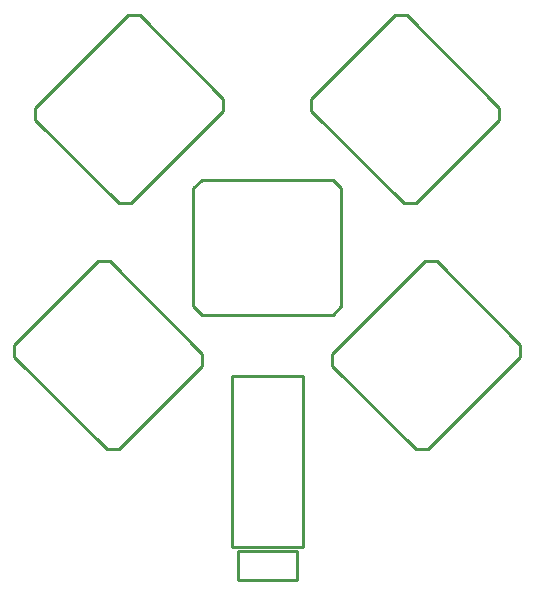
<source format=gto>
G04*
G04 #@! TF.GenerationSoftware,Altium Limited,Altium Designer,23.8.1 (32)*
G04*
G04 Layer_Color=65535*
%FSLAX26Y26*%
%MOIN*%
G70*
G04*
G04 #@! TF.SameCoordinates,C2A49AF8-9E88-4C2C-BBB5-2A61B6A386C2*
G04*
G04*
G04 #@! TF.FilePolarity,Positive*
G04*
G01*
G75*
%ADD10C,0.010000*%
D10*
X216813Y-355428D02*
X525428Y-46813D01*
X534572Y-673187D02*
X843187Y-364572D01*
X216813Y-394798D02*
Y-355428D01*
X525428Y-46813D02*
X564799D01*
X495201Y-673187D02*
X534572D01*
X843187Y-364572D02*
Y-325201D01*
X216813Y-394798D02*
X495201Y-673187D01*
X564799Y-46813D02*
X843187Y-325201D01*
X-843187Y-364572D02*
X-534572Y-673187D01*
X-525428Y-46813D02*
X-216813Y-355428D01*
X-534572Y-673187D02*
X-495201D01*
X-843187Y-364572D02*
Y-325201D01*
X-216813Y-394799D02*
Y-355428D01*
X-564799Y-46813D02*
X-525428D01*
X-495201Y-673187D02*
X-216813Y-394799D01*
X-843187Y-325201D02*
X-564799Y-46813D01*
X-773187Y464572D02*
X-464572Y773187D01*
X-455428Y146813D02*
X-146813Y455428D01*
X-773187Y425202D02*
Y464572D01*
X-464572Y773187D02*
X-425201D01*
X-494799Y146813D02*
X-455428D01*
X-146813Y455428D02*
Y494799D01*
X-773187Y425202D02*
X-494799Y146813D01*
X-425201Y773187D02*
X-146813Y494799D01*
X146813Y455428D02*
X455428Y146813D01*
X464572Y773187D02*
X773187Y464572D01*
X455428Y146813D02*
X494799D01*
X146813Y455428D02*
Y494799D01*
X773187Y425201D02*
Y464572D01*
X425201Y773187D02*
X464572D01*
X494799Y146813D02*
X773187Y425201D01*
X146813Y494799D02*
X425201Y773187D01*
X-218224Y224690D02*
X218224D01*
X-218224Y-224689D02*
X218224D01*
X-246063Y196851D02*
X-218224Y224690D01*
X218224D02*
X246063Y196851D01*
X-246063Y-196850D02*
X-218224Y-224689D01*
X218224D02*
X246063Y-196850D01*
X-246063D02*
Y196851D01*
X246063Y-196850D02*
Y196851D01*
X118110Y-1000000D02*
Y-429134D01*
X-118110Y-1000000D02*
Y-429134D01*
X118110D01*
X-118110Y-1000000D02*
X118110D01*
X98425Y-1110236D02*
Y-1011811D01*
X-98425Y-1110236D02*
Y-1011811D01*
X98425D01*
X-98425Y-1110236D02*
X98425D01*
M02*

</source>
